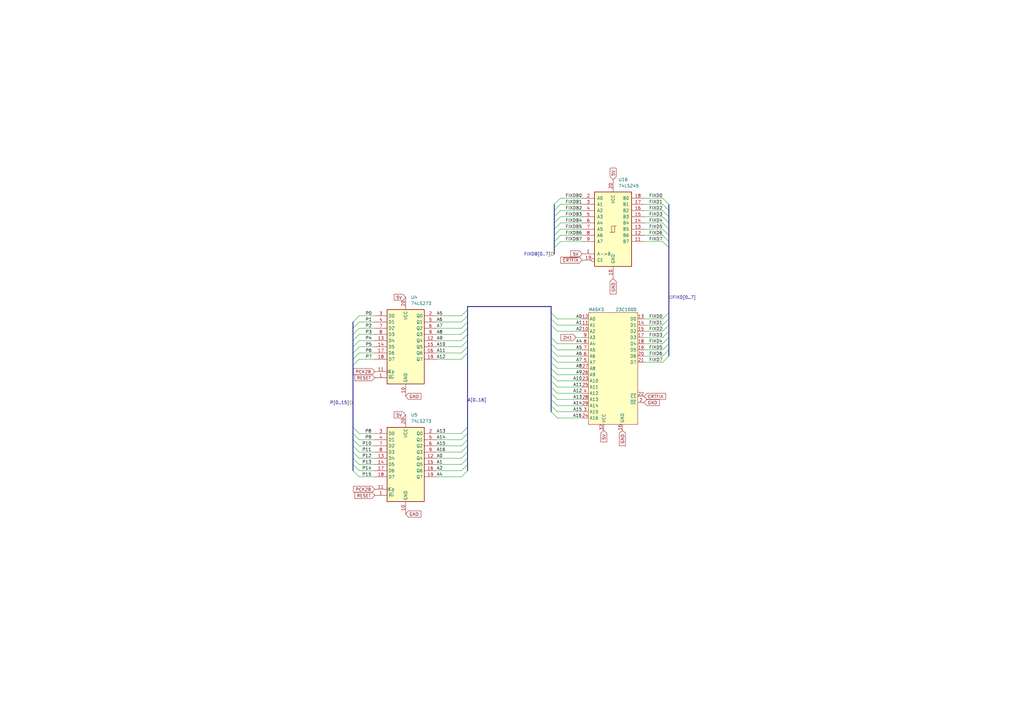
<source format=kicad_sch>
(kicad_sch (version 20250114) (generator "eeschema") (generator_version "9.0")
  (paper "A3")
  (title_block (title "NEO-MVH MV1FZS") (date "2025-10-13") (comment 1 "Not official schematic from SNK") (comment 2 "Use at your own discretion"))
  (lib_symbols
    (symbol "74xx:74LS245" (pin_names (offset 1.016))
      (property "Reference" "U" (at -7.62 16.51 0))
      (property "Value" "74LS245" (at -7.62 -16.51 0))
      (symbol "74LS245_1_0"
        (polyline (pts (xy -1.27 -1.27) (xy 0.635 -1.27) (xy 0.635 1.27) (xy 1.27 1.27)))
        (polyline (pts (xy -0.635 -1.27) (xy -0.635 1.27) (xy 0.635 1.27)))
        (pin tri_state line (at -12.7 12.7 0) (length 5.08) (name "A0") (number "2"))
        (pin tri_state line (at -12.7 10.16 0) (length 5.08) (name "A1") (number "3"))
        (pin tri_state line (at -12.7 7.62 0) (length 5.08) (name "A2") (number "4"))
        (pin tri_state line (at -12.7 5.08 0) (length 5.08) (name "A3") (number "5"))
        (pin tri_state line (at -12.7 2.54 0) (length 5.08) (name "A4") (number "6"))
        (pin tri_state line (at -12.7 0 0) (length 5.08) (name "A5") (number "7"))
        (pin tri_state line (at -12.7 -2.54 0) (length 5.08) (name "A6") (number "8"))
        (pin tri_state line (at -12.7 -5.08 0) (length 5.08) (name "A7") (number "9"))
        (pin input line (at -12.7 -10.16 0) (length 5.08) (name "A->B") (number "1"))
        (pin input inverted (at -12.7 -12.7 0) (length 5.08) (name "CE") (number "19"))
        (pin power_in line (at 0 20.32 270) (length 5.08) (name "VCC") (number "20"))
        (pin power_in line (at 0 -20.32 90) (length 5.08) (name "GND") (number "10"))
        (pin tri_state line (at 12.7 12.7 180) (length 5.08) (name "B0") (number "18"))
        (pin tri_state line (at 12.7 10.16 180) (length 5.08) (name "B1") (number "17"))
        (pin tri_state line (at 12.7 7.62 180) (length 5.08) (name "B2") (number "16"))
        (pin tri_state line (at 12.7 5.08 180) (length 5.08) (name "B3") (number "15"))
        (pin tri_state line (at 12.7 2.54 180) (length 5.08) (name "B4") (number "14"))
        (pin tri_state line (at 12.7 0 180) (length 5.08) (name "B5") (number "13"))
        (pin tri_state line (at 12.7 -2.54 180) (length 5.08) (name "B6") (number "12"))
        (pin tri_state line (at 12.7 -5.08 180) (length 5.08) (name "B7") (number "11"))
      )
      (symbol "74LS245_1_1"
        (rectangle (start -7.62 15.24) (end 7.62 -15.24) (stroke (width 0.254)) (fill (type background)))
      )
    )
    (symbol "74xx:74LS273"
      (property "Reference" "U" (at -7.62 16.51 0))
      (property "Value" "74LS273" (at -7.62 -16.51 0))
      (symbol "74LS273_1_0"
        (pin input line (at -12.7 12.7 0) (length 5.08) (name "D0") (number "3"))
        (pin input line (at -12.7 10.16 0) (length 5.08) (name "D1") (number "4"))
        (pin input line (at -12.7 7.62 0) (length 5.08) (name "D2") (number "7"))
        (pin input line (at -12.7 5.08 0) (length 5.08) (name "D3") (number "8"))
        (pin input line (at -12.7 2.54 0) (length 5.08) (name "D4") (number "13"))
        (pin input line (at -12.7 0 0) (length 5.08) (name "D5") (number "14"))
        (pin input line (at -12.7 -2.54 0) (length 5.08) (name "D6") (number "17"))
        (pin input line (at -12.7 -5.08 0) (length 5.08) (name "D7") (number "18"))
        (pin input clock (at -12.7 -10.16 0) (length 5.08) (name "Cp") (number "11"))
        (pin input line (at -12.7 -12.7 0) (length 5.08) (name "~{Mr}") (number "1"))
        (pin power_in line (at 0 20.32 270) (length 5.08) (name "VCC") (number "20"))
        (pin power_in line (at 0 -20.32 90) (length 5.08) (name "GND") (number "10"))
        (pin output line (at 12.7 12.7 180) (length 5.08) (name "Q0") (number "2"))
        (pin output line (at 12.7 10.16 180) (length 5.08) (name "Q1") (number "5"))
        (pin output line (at 12.7 7.62 180) (length 5.08) (name "Q2") (number "6"))
        (pin output line (at 12.7 5.08 180) (length 5.08) (name "Q3") (number "9"))
        (pin output line (at 12.7 2.54 180) (length 5.08) (name "Q4") (number "12"))
        (pin output line (at 12.7 0 180) (length 5.08) (name "Q5") (number "15"))
        (pin output line (at 12.7 -2.54 180) (length 5.08) (name "Q6") (number "16"))
        (pin output line (at 12.7 -5.08 180) (length 5.08) (name "Q7") (number "19"))
      )
      (symbol "74LS273_1_1"
        (rectangle (start -7.62 15.24) (end 7.62 -15.24) (stroke (width 0.254)) (fill (type background)))
      )
    )
    (symbol "Neo Geo:23C1000-SFIX"
      (property "Reference" "MASK" (at 0 -0.254 0))
      (property "Value" "23C1000-SFIX" (at 0 -2.286 0))
      (symbol "23C1000-SFIX_1_1"
        (rectangle (start -10.16 19.05) (end 10.16 -26.67) (fill (type background)))
        (pin input line (at -12.7 16.51 0) (length 2.54) (name "A0") (number "12"))
        (pin input line (at -12.7 13.97 0) (length 2.54) (name "A1") (number "11"))
        (pin input line (at -12.7 11.43 0) (length 2.54) (name "A2") (number "10"))
        (pin input line (at -12.7 8.89 0) (length 2.54) (name "A3") (number "9"))
        (pin input line (at -12.7 6.35 0) (length 2.54) (name "A4") (number "8"))
        (pin input line (at -12.7 3.81 0) (length 2.54) (name "A5") (number "7"))
        (pin input line (at -12.7 1.27 0) (length 2.54) (name "A6") (number "6"))
        (pin input line (at -12.7 -1.27 0) (length 2.54) (name "A7") (number "5"))
        (pin input line (at -12.7 -3.81 0) (length 2.54) (name "A8") (number "27"))
        (pin input line (at -12.7 -6.35 0) (length 2.54) (name "A9") (number "26"))
        (pin input line (at -12.7 -8.89 0) (length 2.54) (name "A10") (number "23"))
        (pin input line (at -12.7 -11.43 0) (length 2.54) (name "A11") (number "25"))
        (pin input line (at -12.7 -13.97 0) (length 2.54) (name "A12") (number "4"))
        (pin input line (at -12.7 -16.51 0) (length 2.54) (name "A13") (number "28"))
        (pin input line (at -12.7 -19.05 0) (length 2.54) (name "A14") (number "29"))
        (pin input line (at -12.7 -21.59 0) (length 2.54) (name "A15") (number "3"))
        (pin input line (at -12.7 -24.13 0) (length 2.54) (name "A16") (number "24"))
        (pin input line (at -3.81 -29.21 90) (length 2.54) (name "VCC") (number "32"))
        (pin input line (at 3.81 -29.21 90) (length 2.54) (name "GND") (number "16"))
        (pin bidirectional line (at 12.7 16.51 180) (length 2.54) (name "D0") (number "13"))
        (pin bidirectional line (at 12.7 13.97 180) (length 2.54) (name "D1") (number "14"))
        (pin bidirectional line (at 12.7 11.43 180) (length 2.54) (name "D2") (number "15"))
        (pin bidirectional line (at 12.7 8.89 180) (length 2.54) (name "D3") (number "17"))
        (pin bidirectional line (at 12.7 6.35 180) (length 2.54) (name "D4") (number "18"))
        (pin bidirectional line (at 12.7 3.81 180) (length 2.54) (name "D5") (number "19"))
        (pin bidirectional line (at 12.7 1.27 180) (length 2.54) (name "D6") (number "20"))
        (pin bidirectional line (at 12.7 -1.27 180) (length 2.54) (name "D7") (number "21"))
        (pin input line (at 12.7 -15.24 180) (length 2.54) (name "~{CE}") (number "22"))
        (pin input line (at 12.7 -17.78 180) (length 2.54) (name "~{OE}") (number "2"))
      )
    )
  )
  (bus_entry (at 274.32 128.27) (size -2.54 2.54))
  (bus_entry (at 144.78 190.5) (size 2.54 2.54))
  (bus_entry (at 144.78 182.88) (size 2.54 2.54))
  (bus_entry (at 227.33 101.6) (size 2.54 -2.54))
  (bus_entry (at 226.06 146.05) (size 2.54 2.54))
  (bus_entry (at 274.32 88.9) (size -2.54 -2.54))
  (bus_entry (at 147.32 137.16) (size -2.54 2.54))
  (bus_entry (at 274.32 99.06) (size -2.54 -2.54))
  (bus_entry (at 226.06 158.75) (size 2.54 2.54))
  (bus_entry (at 274.32 101.6) (size -2.54 -2.54))
  (bus_entry (at 227.33 96.52) (size 2.54 -2.54))
  (bus_entry (at 226.06 161.29) (size 2.54 2.54))
  (bus_entry (at 191.77 142.24) (size -2.54 2.54))
  (bus_entry (at 147.32 132.08) (size -2.54 2.54))
  (bus_entry (at 191.77 182.88) (size -2.54 2.54))
  (bus_entry (at 227.33 88.9) (size 2.54 -2.54))
  (bus_entry (at 191.77 134.62) (size -2.54 2.54))
  (bus_entry (at 191.77 129.54) (size -2.54 2.54))
  (bus_entry (at 226.06 151.13) (size 2.54 2.54))
  (bus_entry (at 147.32 142.24) (size -2.54 2.54))
  (bus_entry (at 144.78 180.34) (size 2.54 2.54))
  (bus_entry (at 226.06 166.37) (size 2.54 2.54))
  (bus_entry (at 191.77 193.04) (size -2.54 2.54))
  (bus_entry (at 226.06 163.83) (size 2.54 2.54))
  (bus_entry (at 226.06 148.59) (size 2.54 2.54))
  (bus_entry (at 191.77 139.7) (size -2.54 2.54))
  (bus_entry (at 191.77 180.34) (size -2.54 2.54))
  (bus_entry (at 191.77 177.8) (size -2.54 2.54))
  (bus_entry (at 144.78 175.26) (size 2.54 2.54))
  (bus_entry (at 191.77 185.42) (size -2.54 2.54))
  (bus_entry (at 147.32 134.62) (size -2.54 2.54))
  (bus_entry (at 274.32 138.43) (size -2.54 2.54))
  (bus_entry (at 226.06 138.43) (size 2.54 2.54))
  (bus_entry (at 144.78 177.8) (size 2.54 2.54))
  (bus_entry (at 191.77 190.5) (size -2.54 2.54))
  (bus_entry (at 274.32 96.52) (size -2.54 -2.54))
  (bus_entry (at 226.06 168.91) (size 2.54 2.54))
  (bus_entry (at 274.32 93.98) (size -2.54 -2.54))
  (bus_entry (at 191.77 127) (size -2.54 2.54))
  (bus_entry (at 226.06 143.51) (size 2.54 2.54))
  (bus_entry (at 226.06 133.35) (size 2.54 2.54))
  (bus_entry (at 227.33 86.36) (size 2.54 -2.54))
  (bus_entry (at 191.77 137.16) (size -2.54 2.54))
  (bus_entry (at 191.77 132.08) (size -2.54 2.54))
  (bus_entry (at 144.78 193.04) (size 2.54 2.54))
  (bus_entry (at 227.33 91.44) (size 2.54 -2.54))
  (bus_entry (at 226.06 153.67) (size 2.54 2.54))
  (bus_entry (at 147.32 144.78) (size -2.54 2.54))
  (bus_entry (at 274.32 86.36) (size -2.54 -2.54))
  (bus_entry (at 227.33 83.82) (size 2.54 -2.54))
  (bus_entry (at 274.32 91.44) (size -2.54 -2.54))
  (bus_entry (at 274.32 143.51) (size -2.54 2.54))
  (bus_entry (at 226.06 140.97) (size 2.54 2.54))
  (bus_entry (at 144.78 187.96) (size 2.54 2.54))
  (bus_entry (at 191.77 144.78) (size -2.54 2.54))
  (bus_entry (at 147.32 129.54) (size -2.54 2.54))
  (bus_entry (at 226.06 156.21) (size 2.54 2.54))
  (bus_entry (at 274.32 135.89) (size -2.54 2.54))
  (bus_entry (at 191.77 175.26) (size -2.54 2.54))
  (bus_entry (at 226.06 128.27) (size 2.54 2.54))
  (bus_entry (at 191.77 187.96) (size -2.54 2.54))
  (bus_entry (at 274.32 130.81) (size -2.54 2.54))
  (bus_entry (at 226.06 130.81) (size 2.54 2.54))
  (bus_entry (at 274.32 83.82) (size -2.54 -2.54))
  (bus_entry (at 274.32 140.97) (size -2.54 2.54))
  (bus_entry (at 227.33 93.98) (size 2.54 -2.54))
  (bus_entry (at 274.32 146.05) (size -2.54 2.54))
  (bus_entry (at 147.32 147.32) (size -2.54 2.54))
  (bus_entry (at 227.33 99.06) (size 2.54 -2.54))
  (bus_entry (at 144.78 185.42) (size 2.54 2.54))
  (bus_entry (at 147.32 139.7) (size -2.54 2.54))
  (bus_entry (at 274.32 133.35) (size -2.54 2.54))
  (wire (pts (xy 238.76 151.13) (xy 228.6 151.13)))
  (bus (pts (xy 226.06 163.83) (xy 226.06 166.37)))
  (bus (pts (xy 144.78 144.78) (xy 144.78 147.32)))
  (bus (pts (xy 226.06 125.73) (xy 191.77 125.73)))
  (bus (pts (xy 144.78 142.24) (xy 144.78 144.78)))
  (bus (pts (xy 226.06 128.27) (xy 226.06 125.73)))
  (bus (pts (xy 191.77 129.54) (xy 191.77 132.08)))
  (bus (pts (xy 144.78 180.34) (xy 144.78 182.88)))
  (bus (pts (xy 226.06 133.35) (xy 226.06 130.81)))
  (wire (pts (xy 271.78 93.98) (xy 264.16 93.98)))
  (bus (pts (xy 191.77 190.5) (xy 191.77 193.04)))
  (wire (pts (xy 271.78 148.59) (xy 264.16 148.59)))
  (bus (pts (xy 191.77 187.96) (xy 191.77 190.5)))
  (wire (pts (xy 147.32 139.7) (xy 153.67 139.7)))
  (bus (pts (xy 274.32 143.51) (xy 274.32 146.05)))
  (bus (pts (xy 274.32 135.89) (xy 274.32 138.43)))
  (wire (pts (xy 179.07 134.62) (xy 189.23 134.62)))
  (wire (pts (xy 179.07 187.96) (xy 189.23 187.96)))
  (wire (pts (xy 147.32 134.62) (xy 153.67 134.62)))
  (wire (pts (xy 147.32 132.08) (xy 153.67 132.08)))
  (bus (pts (xy 274.32 88.9) (xy 274.32 86.36)))
  (wire (pts (xy 147.32 147.32) (xy 153.67 147.32)))
  (bus (pts (xy 274.32 138.43) (xy 274.32 140.97)))
  (bus (pts (xy 274.32 101.6) (xy 274.32 128.27)))
  (bus (pts (xy 274.32 91.44) (xy 274.32 88.9)))
  (wire (pts (xy 271.78 130.81) (xy 264.16 130.81)))
  (bus (pts (xy 226.06 161.29) (xy 226.06 163.83)))
  (wire (pts (xy 153.67 193.04) (xy 147.32 193.04)))
  (bus (pts (xy 227.33 93.98) (xy 227.33 91.44)))
  (wire (pts (xy 238.76 153.67) (xy 228.6 153.67)))
  (bus (pts (xy 144.78 185.42) (xy 144.78 187.96)))
  (wire (pts (xy 271.78 146.05) (xy 264.16 146.05)))
  (wire (pts (xy 238.76 168.91) (xy 228.6 168.91)))
  (bus (pts (xy 226.06 140.97) (xy 226.06 143.51)))
  (bus (pts (xy 226.06 133.35) (xy 226.06 138.43)))
  (bus (pts (xy 144.78 147.32) (xy 144.78 149.86)))
  (bus (pts (xy 227.33 96.52) (xy 227.33 93.98)))
  (wire (pts (xy 238.76 158.75) (xy 228.6 158.75)))
  (wire (pts (xy 238.76 88.9) (xy 229.87 88.9)))
  (bus (pts (xy 191.77 180.34) (xy 191.77 182.88)))
  (wire (pts (xy 179.07 144.78) (xy 189.23 144.78)))
  (wire (pts (xy 147.32 144.78) (xy 153.67 144.78)))
  (wire (pts (xy 179.07 139.7) (xy 189.23 139.7)))
  (bus (pts (xy 191.77 125.73) (xy 191.77 127)))
  (bus (pts (xy 191.77 177.8) (xy 191.77 180.34)))
  (wire (pts (xy 147.32 142.24) (xy 153.67 142.24)))
  (wire (pts (xy 228.6 171.45) (xy 238.76 171.45)))
  (bus (pts (xy 191.77 137.16) (xy 191.77 139.7)))
  (wire (pts (xy 153.67 185.42) (xy 147.32 185.42)))
  (wire (pts (xy 271.78 138.43) (xy 264.16 138.43)))
  (wire (pts (xy 228.6 133.35) (xy 238.76 133.35)))
  (wire (pts (xy 153.67 182.88) (xy 147.32 182.88)))
  (bus (pts (xy 227.33 88.9) (xy 227.33 86.36)))
  (bus (pts (xy 227.33 86.36) (xy 227.33 83.82)))
  (bus (pts (xy 191.77 182.88) (xy 191.77 185.42)))
  (wire (pts (xy 271.78 83.82) (xy 264.16 83.82)))
  (wire (pts (xy 238.76 161.29) (xy 228.6 161.29)))
  (bus (pts (xy 274.32 101.6) (xy 274.32 99.06)))
  (bus (pts (xy 227.33 101.6) (xy 227.33 99.06)))
  (bus (pts (xy 274.32 128.27) (xy 274.32 130.81)))
  (wire (pts (xy 179.07 132.08) (xy 189.23 132.08)))
  (bus (pts (xy 144.78 137.16) (xy 144.78 139.7)))
  (wire (pts (xy 238.76 148.59) (xy 228.6 148.59)))
  (bus (pts (xy 226.06 146.05) (xy 226.06 148.59)))
  (wire (pts (xy 179.07 190.5) (xy 189.23 190.5)))
  (bus (pts (xy 226.06 153.67) (xy 226.06 156.21)))
  (wire (pts (xy 228.6 163.83) (xy 238.76 163.83)))
  (bus (pts (xy 226.06 158.75) (xy 226.06 161.29)))
  (bus (pts (xy 274.32 140.97) (xy 274.32 143.51)))
  (bus (pts (xy 144.78 187.96) (xy 144.78 190.5)))
  (wire (pts (xy 228.6 130.81) (xy 238.76 130.81)))
  (wire (pts (xy 271.78 81.28) (xy 264.16 81.28)))
  (bus (pts (xy 191.77 144.78) (xy 191.77 175.26)))
  (wire (pts (xy 238.76 81.28) (xy 229.87 81.28)))
  (bus (pts (xy 226.06 148.59) (xy 226.06 151.13)))
  (wire (pts (xy 271.78 86.36) (xy 264.16 86.36)))
  (bus (pts (xy 226.06 156.21) (xy 226.06 158.75)))
  (bus (pts (xy 144.78 139.7) (xy 144.78 142.24)))
  (wire (pts (xy 189.23 177.8) (xy 179.07 177.8)))
  (bus (pts (xy 144.78 149.86) (xy 144.78 175.26)))
  (wire (pts (xy 238.76 93.98) (xy 229.87 93.98)))
  (wire (pts (xy 179.07 142.24) (xy 189.23 142.24)))
  (wire (pts (xy 238.76 146.05) (xy 228.6 146.05)))
  (bus (pts (xy 227.33 99.06) (xy 227.33 96.52)))
  (bus (pts (xy 144.78 182.88) (xy 144.78 185.42)))
  (wire (pts (xy 153.67 187.96) (xy 147.32 187.96)))
  (bus (pts (xy 274.32 99.06) (xy 274.32 96.52)))
  (wire (pts (xy 271.78 88.9) (xy 264.16 88.9)))
  (wire (pts (xy 179.07 137.16) (xy 189.23 137.16)))
  (wire (pts (xy 153.67 195.58) (xy 147.32 195.58)))
  (bus (pts (xy 191.77 139.7) (xy 191.77 142.24)))
  (wire (pts (xy 179.07 180.34) (xy 189.23 180.34)))
  (bus (pts (xy 226.06 166.37) (xy 226.06 168.91)))
  (bus (pts (xy 144.78 175.26) (xy 144.78 177.8)))
  (bus (pts (xy 274.32 133.35) (xy 274.32 135.89)))
  (bus (pts (xy 226.06 151.13) (xy 226.06 153.67)))
  (bus (pts (xy 226.06 143.51) (xy 226.06 146.05)))
  (wire (pts (xy 271.78 99.06) (xy 264.16 99.06)))
  (wire (pts (xy 238.76 86.36) (xy 229.87 86.36)))
  (bus (pts (xy 226.06 130.81) (xy 226.06 128.27)))
  (bus (pts (xy 191.77 185.42) (xy 191.77 187.96)))
  (wire (pts (xy 179.07 185.42) (xy 189.23 185.42)))
  (wire (pts (xy 179.07 147.32) (xy 189.23 147.32)))
  (wire (pts (xy 238.76 99.06) (xy 229.87 99.06)))
  (wire (pts (xy 228.6 135.89) (xy 238.76 135.89)))
  (wire (pts (xy 238.76 91.44) (xy 229.87 91.44)))
  (wire (pts (xy 153.67 177.8) (xy 147.32 177.8)))
  (bus (pts (xy 144.78 190.5) (xy 144.78 193.04)))
  (wire (pts (xy 228.6 140.97) (xy 238.76 140.97)))
  (wire (pts (xy 179.07 182.88) (xy 189.23 182.88)))
  (wire (pts (xy 271.78 135.89) (xy 264.16 135.89)))
  (bus (pts (xy 227.33 91.44) (xy 227.33 88.9)))
  (wire (pts (xy 153.67 190.5) (xy 147.32 190.5)))
  (bus (pts (xy 191.77 127) (xy 191.77 129.54)))
  (bus (pts (xy 227.33 104.14) (xy 227.33 101.6)))
  (wire (pts (xy 236.22 138.43) (xy 238.76 138.43)))
  (wire (pts (xy 238.76 143.51) (xy 228.6 143.51)))
  (bus (pts (xy 274.32 93.98) (xy 274.32 91.44)))
  (bus (pts (xy 274.32 86.36) (xy 274.32 83.82)))
  (bus (pts (xy 191.77 142.24) (xy 191.77 144.78)))
  (wire (pts (xy 238.76 156.21) (xy 228.6 156.21)))
  (wire (pts (xy 271.78 140.97) (xy 264.16 140.97)))
  (wire (pts (xy 147.32 129.54) (xy 153.67 129.54)))
  (wire (pts (xy 238.76 83.82) (xy 229.87 83.82)))
  (wire (pts (xy 179.07 193.04) (xy 189.23 193.04)))
  (wire (pts (xy 271.78 143.51) (xy 264.16 143.51)))
  (bus (pts (xy 274.32 130.81) (xy 274.32 133.35)))
  (bus (pts (xy 191.77 132.08) (xy 191.77 134.62)))
  (wire (pts (xy 238.76 96.52) (xy 229.87 96.52)))
  (bus (pts (xy 144.78 132.08) (xy 144.78 134.62)))
  (bus (pts (xy 144.78 134.62) (xy 144.78 137.16)))
  (wire (pts (xy 179.07 195.58) (xy 189.23 195.58)))
  (wire (pts (xy 271.78 91.44) (xy 264.16 91.44)))
  (bus (pts (xy 226.06 138.43) (xy 226.06 140.97)))
  (wire (pts (xy 147.32 137.16) (xy 153.67 137.16)))
  (wire (pts (xy 179.07 129.54) (xy 189.23 129.54)))
  (bus (pts (xy 144.78 177.8) (xy 144.78 180.34)))
  (wire (pts (xy 271.78 133.35) (xy 264.16 133.35)))
  (bus (pts (xy 274.32 96.52) (xy 274.32 93.98)))
  (bus (pts (xy 191.77 134.62) (xy 191.77 137.16)))
  (bus (pts (xy 191.77 175.26) (xy 191.77 177.8)))
  (wire (pts (xy 238.76 166.37) (xy 228.6 166.37)))
  (wire (pts (xy 153.67 180.34) (xy 147.32 180.34)))
  (wire (pts (xy 271.78 96.52) (xy 264.16 96.52)))
  (label "A10" (at 238.76 156.21 180))
  (label "FIXDB7" (at 238.76 99.06 180))
  (label "A4" (at 238.76 140.97 180))
  (label "A7" (at 238.76 148.59 180))
  (label "P11" (at 152.4 185.42 180))
  (label "A2" (at 238.76 135.89 180))
  (label "A8" (at 238.76 151.13 180))
  (label "FIXD7" (at 271.78 148.59 180))
  (label "FIXD1" (at 271.78 83.82 180))
  (label "A0" (at 179.07 187.96 0))
  (label "A13" (at 179.07 177.8 0))
  (label "FIXD1" (at 271.78 133.35 180))
  (label "A11" (at 238.76 158.75 180))
  (label "P14" (at 152.4 193.04 180))
  (label "FIXD0" (at 271.78 130.81 180))
  (label "A[0..16]" (at 191.77 165.1 0))
  (label "A5" (at 179.07 129.54 0))
  (label "A12" (at 179.07 147.32 0))
  (label "A5" (at 238.76 143.51 180))
  (label "FIXD7" (at 271.78 99.06 180))
  (label "P13" (at 152.4 190.5 180))
  (label "P5" (at 149.86 142.24 0))
  (label "FIXD3" (at 271.78 88.9 180))
  (label "FIXDB2" (at 238.76 86.36 180))
  (label "FIXD3" (at 271.78 138.43 180))
  (label "P10" (at 152.4 182.88 180))
  (label "FIXDB3" (at 238.76 88.9 180))
  (label "P3" (at 149.86 137.16 0))
  (label "P1" (at 149.86 132.08 0))
  (label "P15" (at 152.4 195.58 180))
  (label "FIXD2" (at 271.78 86.36 180))
  (label "A13" (at 238.76 163.83 180))
  (label "FIXDB5" (at 238.76 93.98 180))
  (label "A9" (at 179.07 139.7 0))
  (label "FIXDB0" (at 238.76 81.28 180))
  (label "A4" (at 179.07 195.58 0))
  (label "FIXDB6" (at 238.76 96.52 180))
  (label "A10" (at 179.07 142.24 0))
  (label "P8" (at 152.4 177.8 180))
  (label "FIXD4" (at 271.78 91.44 180))
  (label "FIXD5" (at 271.78 93.98 180))
  (label "A1" (at 238.76 133.35 180))
  (label "A7" (at 179.07 134.62 0))
  (label "A0" (at 238.76 130.81 180))
  (label "A14" (at 238.76 166.37 180))
  (label "A15" (at 179.07 182.88 0))
  (label "FIXD6" (at 271.78 146.05 180))
  (label "P9" (at 152.4 180.34 180))
  (label "P4" (at 149.86 139.7 0))
  (label "FIXDB1" (at 238.76 83.82 180))
  (label "P2" (at 149.86 134.62 0))
  (label "FIXD0" (at 271.78 81.28 180))
  (label "A16" (at 234.95 171.45 0))
  (label "FIXD5" (at 271.78 143.51 180))
  (label "P0" (at 149.86 129.54 0))
  (label "A6" (at 238.76 146.05 180))
  (label "FIXD6" (at 271.78 96.52 180))
  (label "A8" (at 179.07 137.16 0))
  (label "A2" (at 179.07 193.04 0))
  (label "A14" (at 179.07 180.34 0))
  (label "A15" (at 238.76 168.91 180))
  (label "A11" (at 179.07 144.78 0))
  (label "A16" (at 179.07 185.42 0))
  (label "A6" (at 179.07 132.08 0))
  (label "P7" (at 149.86 147.32 0))
  (label "FIXDB4" (at 238.76 91.44 180))
  (label "A9" (at 238.76 153.67 180))
  (label "A1" (at 179.07 190.5 0))
  (label "A12" (at 238.76 161.29 180))
  (label "P12" (at 152.4 187.96 180))
  (label "FIXD4" (at 271.78 140.97 180))
  (label "P6" (at 149.86 144.78 0))
  (label "FIXD2" (at 271.78 135.89 180))
  (global_label "CRTFIX" (shape input) (at 264.16 162.56 0) (property "Intersheetrefs" "${INTERSHEET_REFS}" (effects (hide yes))))
  (global_label "RESET" (shape input) (at 153.67 154.94 180) (property "Intersheetrefs" "${INTERSHEET_REFS}" (effects (hide yes))))
  (global_label "2H1" (shape input) (at 236.22 138.43 180) (property "Intersheetrefs" "${INTERSHEET_REFS}" (effects (hide yes))))
  (global_label "5V" (shape input) (at 166.37 170.18 180) (property "Intersheetrefs" "${INTERSHEET_REFS}" (effects (hide yes))))
  (global_label "GND" (shape input) (at 251.46 114.3 270) (property "Intersheetrefs" "${INTERSHEET_REFS}" (effects (hide yes))))
  (global_label "PCK2B" (shape input) (at 153.67 152.4 180) (property "Intersheetrefs" "${INTERSHEET_REFS}" (effects (hide yes))))
  (global_label "GND" (shape input) (at 255.27 176.53 270) (property "Intersheetrefs" "${INTERSHEET_REFS}" (effects (hide yes))))
  (global_label "GND" (shape input) (at 264.16 165.1 0) (property "Intersheetrefs" "${INTERSHEET_REFS}" (effects (hide yes))))
  (global_label "5V" (shape input) (at 251.46 73.66 90) (property "Intersheetrefs" "${INTERSHEET_REFS}" (effects (hide yes))))
  (global_label "5V" (shape input) (at 247.65 176.53 270) (property "Intersheetrefs" "${INTERSHEET_REFS}" (effects (hide yes))))
  (global_label "~{CRTFIX}" (shape input) (at 238.76 106.68 180) (property "Intersheetrefs" "${INTERSHEET_REFS}" (effects (hide yes))))
  (global_label "5V" (shape input) (at 238.76 104.14 180) (property "Intersheetrefs" "${INTERSHEET_REFS}" (effects (hide yes))))
  (global_label "RESET" (shape input) (at 153.67 203.2 180) (property "Intersheetrefs" "${INTERSHEET_REFS}" (effects (hide yes))))
  (global_label "5V" (shape input) (at 166.37 121.92 180) (property "Intersheetrefs" "${INTERSHEET_REFS}" (effects (hide yes))))
  (global_label "GND" (shape input) (at 166.37 162.56 0) (property "Intersheetrefs" "${INTERSHEET_REFS}" (effects (hide yes))))
  (global_label "PCK2B" (shape input) (at 153.67 200.66 180) (property "Intersheetrefs" "${INTERSHEET_REFS}" (effects (hide yes))))
  (global_label "GND" (shape input) (at 166.37 210.82 0) (property "Intersheetrefs" "${INTERSHEET_REFS}" (effects (hide yes))))
  (hierarchical_label "FIXDB[0..7]" (shape input) (at 227.33 104.14 180))
  (hierarchical_label "FIXD[0..7]" (shape input) (at 274.32 121.92 0))
  (hierarchical_label "P[0..15]" (shape input) (at 144.78 165.1 180))
  (symbol (lib_id "74xx:74LS273") (at 166.37 142.24 0) (unit 1)
    (property "Reference" "U4" (at 168.5133 121.92 0) (effects (justify left)))
    (property "Value" "74LS273" (at 168.5133 124.46 0) (effects (justify left)))
    (property "Datasheet" "http://www.ti.com/lit/gpn/sn74LS273" (effects (hide yes)))
    (property "Description" "8-bit D Flip-Flop, reset" (effects (hide yes)))
  )
  (symbol (lib_id "74xx:74LS245") (at 251.46 93.98 0) (unit 1)
    (property "Reference" "U16" (at 253.6033 73.66 0) (effects (justify left)))
    (property "Value" "74LS245" (at 253.6033 76.2 0) (effects (justify left)))
    (property "Datasheet" "http://www.ti.com/lit/gpn/sn74LS245" (effects (hide yes)))
    (property "Description" "Octal BUS Transceivers, 3-State outputs" (effects (hide yes)))
  )
  (symbol (lib_id "74xx:74LS273") (at 166.37 190.5 0) (unit 1)
    (property "Reference" "U5" (at 168.5133 170.18 0) (effects (justify left)))
    (property "Value" "74LS273" (at 168.5133 172.72 0) (effects (justify left)))
    (property "Datasheet" "http://www.ti.com/lit/gpn/sn74LS273" (effects (hide yes)))
    (property "Description" "8-bit D Flip-Flop, reset" (effects (hide yes)))
  )
  (symbol (lib_id "Neo Geo:23C1000-SFIX") (at 251.46 147.32 0) (unit 1)
    (property "Reference" "MASK3" (at 244.602 127 0))
    (property "Value" "23C1000" (at 256.794 127 0))
    (property "Description" "1MBIT CMOS MASK ROM" (effects (hide yes)))
  )
)
</source>
